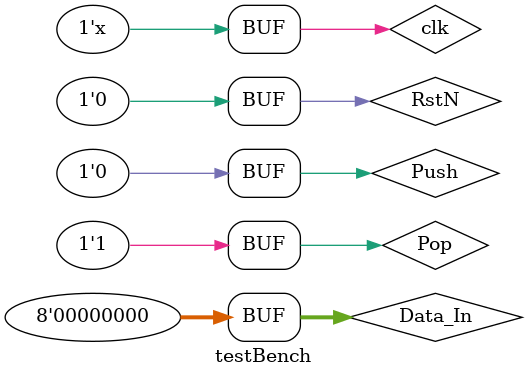
<source format=v>
module testBench();
reg clk;
reg RstN;
reg [7:0] Data_In;
reg Push;
reg Pop;
wire [2:0] SP;
wire [7:0] Data_Out;
wire Full;
wire Empty;
Stack s(clk, RstN, Data_In, Push, Pop, SP, Data_Out, Full, Empty);

always
#2 clk = ~clk;	

initial 
 begin
  clk = 1'b0;
	RstN = 1;
	Pop = 0;
	Push = 0;
	#8
	RstN = 0;
	Push = 1;
	Data_In = 1;
	#4
	Data_In = 2;
	#4
	Data_In = 3;
	#4
	Data_In = 4;
	#4
	Data_In = 5;
	#4
	Data_In = 6;
	#4
	Data_In = 7;
	#4
	Data_In = 8;
	#16
	Pop = 1;
	Data_In = 0;
	#12
	Push = 0;
end
endmodule




</source>
